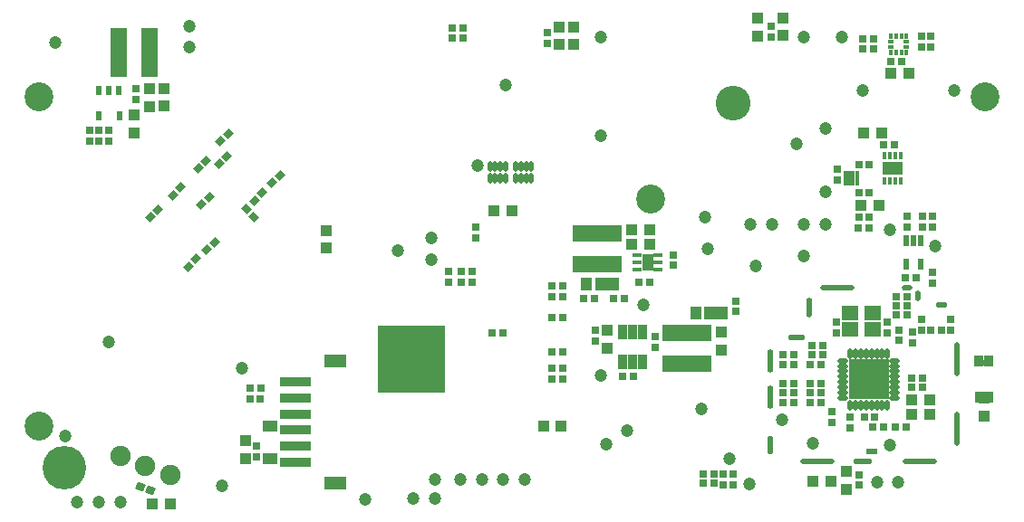
<source format=gbs>
G04 Layer_Color=16711935*
%FSLAX25Y25*%
%MOIN*%
G70*
G01*
G75*
%ADD151C,0.16000*%
%ADD152C,0.05524*%
%ADD153R,0.04343X0.04343*%
%ADD154R,0.03162X0.02769*%
%ADD158O,0.12611X0.02178*%
%ADD161O,0.02178X0.08674*%
%ADD169R,0.02769X0.03162*%
%ADD172R,0.08280X0.05131*%
%ADD174C,0.04737*%
G04:AMPARAMS|DCode=177|XSize=27.69mil|YSize=31.62mil|CornerRadius=0mil|HoleSize=0mil|Usage=FLASHONLY|Rotation=45.000|XOffset=0mil|YOffset=0mil|HoleType=Round|Shape=Rectangle|*
%AMROTATEDRECTD177*
4,1,4,0.00139,-0.02097,-0.02097,0.00139,-0.00139,0.02097,0.02097,-0.00139,0.00139,-0.02097,0.0*
%
%ADD177ROTATEDRECTD177*%

%ADD178R,0.04343X0.04343*%
%ADD183R,0.18123X0.05918*%
%ADD184O,0.02000X0.03900*%
%ADD192R,0.05918X0.18123*%
%ADD198R,0.05524X0.04147*%
%ADD200R,0.02178X0.02178*%
%ADD201R,0.01784X0.02965*%
%ADD202R,0.07493X0.04737*%
%ADD203C,0.10642*%
%ADD204C,0.07493*%
G04:AMPARAMS|DCode=206|XSize=244.22mil|YSize=244.22mil|CornerRadius=0mil|HoleSize=0mil|Usage=FLASHONLY|Rotation=0.000|XOffset=0mil|YOffset=0mil|HoleType=Round|Shape=RoundedRectangle|*
%AMROUNDEDRECTD206*
21,1,0.24422,0.24422,0,0,0.0*
21,1,0.24422,0.24422,0,0,0.0*
1,1,0.00000,0.12211,-0.12211*
1,1,0.00000,-0.12211,-0.12211*
1,1,0.00000,-0.12211,0.12211*
1,1,0.00000,0.12211,0.12211*
%
%ADD206ROUNDEDRECTD206*%
%ADD207C,0.02769*%
%ADD208O,0.02178X0.06706*%
%ADD209O,0.06312X0.02178*%
%ADD210O,0.02178X0.07296*%
%ADD211O,0.03950X0.02178*%
%ADD212O,0.02178X0.03950*%
%ADD213O,0.04343X0.02178*%
%ADD214O,0.02178X0.12611*%
%ADD215O,0.06706X0.02178*%
%ADD216R,0.01587X0.02887*%
%ADD217R,0.03300X0.05800*%
%ADD218R,0.06312X0.05524*%
%ADD219R,0.03359X0.01745*%
%ADD220R,0.03950X0.06312*%
G04:AMPARAMS|DCode=221|XSize=27.69mil|YSize=31.62mil|CornerRadius=0mil|HoleSize=0mil|Usage=FLASHONLY|Rotation=70.000|XOffset=0mil|YOffset=0mil|HoleType=Round|Shape=Rectangle|*
%AMROTATEDRECTD221*
4,1,4,0.01012,-0.01842,-0.01959,-0.00760,-0.01012,0.01842,0.01959,0.00760,0.01012,-0.01842,0.0*
%
%ADD221ROTATEDRECTD221*%

G04:AMPARAMS|DCode=222|XSize=27.69mil|YSize=31.62mil|CornerRadius=0mil|HoleSize=0mil|Usage=FLASHONLY|Rotation=315.000|XOffset=0mil|YOffset=0mil|HoleType=Round|Shape=Rectangle|*
%AMROTATEDRECTD222*
4,1,4,-0.02097,-0.00139,0.00139,0.02097,0.02097,0.00139,-0.00139,-0.02097,-0.02097,-0.00139,0.0*
%
%ADD222ROTATEDRECTD222*%

%ADD223R,0.11430X0.03556*%
%ADD224R,0.02375X0.03556*%
%ADD225R,0.03950X0.02375*%
%ADD226R,0.03359X0.03950*%
%ADD227R,0.07099X0.03950*%
%ADD228R,0.02375X0.04343*%
%ADD229R,0.01784X0.01883*%
%ADD230R,0.01883X0.01784*%
%ADD231R,0.03950X0.05131*%
%ADD232R,0.08674X0.05131*%
%ADD233R,0.14973X0.14973*%
%ADD234O,0.01784X0.03950*%
%ADD235O,0.03950X0.01784*%
%ADD236C,0.12800*%
D151*
X-328695Y18699D02*
D03*
D152*
D03*
D153*
X-146115Y33883D02*
D03*
X-152615D02*
D03*
X-18195Y163783D02*
D03*
X-24695D02*
D03*
X-17097Y43700D02*
D03*
X-10597D02*
D03*
X-170652Y113331D02*
D03*
X-164152D02*
D03*
X-289952Y5331D02*
D03*
X-296452D02*
D03*
X-10597Y38100D02*
D03*
X-17097D02*
D03*
X-29296Y115300D02*
D03*
X-35796D02*
D03*
X-46944Y13599D02*
D03*
X-53444D02*
D03*
X-119997Y100800D02*
D03*
X-113496D02*
D03*
Y106300D02*
D03*
X-119997D02*
D03*
X-28250Y142000D02*
D03*
X-34750D02*
D03*
D154*
X-60479Y42631D02*
D03*
X-64416D02*
D03*
X-60479Y46131D02*
D03*
X-64416D02*
D03*
X-60479Y56631D02*
D03*
X-64416D02*
D03*
X-60479Y60131D02*
D03*
X-64416D02*
D03*
X-49922Y63617D02*
D03*
X-53859D02*
D03*
X-13278Y48200D02*
D03*
X-17215D02*
D03*
X-34598Y37299D02*
D03*
X-30661D02*
D03*
X-22763Y74799D02*
D03*
X-18826D02*
D03*
Y78199D02*
D03*
X-22763D02*
D03*
X-31315Y33600D02*
D03*
X-27378D02*
D03*
X-32678Y119800D02*
D03*
X-36615D02*
D03*
X-32678Y130100D02*
D03*
X-36615Y130100D02*
D03*
X-19078Y33600D02*
D03*
X-23015D02*
D03*
X-60478Y49631D02*
D03*
X-64415D02*
D03*
X-49940Y60154D02*
D03*
X-53877D02*
D03*
X-50433Y56631D02*
D03*
X-54370D02*
D03*
X-50433Y49631D02*
D03*
X-54370D02*
D03*
X-50433Y46131D02*
D03*
X-54370D02*
D03*
X-50433Y42631D02*
D03*
X-54370D02*
D03*
X-6226Y69099D02*
D03*
X-10163D02*
D03*
X-113378Y86900D02*
D03*
X-117315D02*
D03*
X-260633Y43783D02*
D03*
X-256696D02*
D03*
X-17215Y51700D02*
D03*
X-13278D02*
D03*
X-171533Y68083D02*
D03*
X-167596D02*
D03*
X-149370Y61331D02*
D03*
X-145433D02*
D03*
Y73783D02*
D03*
X-149370D02*
D03*
Y81483D02*
D03*
X-145433D02*
D03*
Y85683D02*
D03*
X-149370D02*
D03*
Y51331D02*
D03*
X-145433D02*
D03*
X-260563Y47899D02*
D03*
X-256626D02*
D03*
X-149370Y55331D02*
D03*
X-145433D02*
D03*
X-31176Y173000D02*
D03*
X-35113D02*
D03*
X-31176Y176583D02*
D03*
X-35113D02*
D03*
X-22763Y81499D02*
D03*
X-18826D02*
D03*
X-89933Y16331D02*
D03*
X-93870D02*
D03*
X-93870Y12831D02*
D03*
X-89933D02*
D03*
X-186215Y180600D02*
D03*
X-182278D02*
D03*
X-186215Y176900D02*
D03*
X-182278D02*
D03*
X-19368Y88600D02*
D03*
X-15431D02*
D03*
X-20776Y168283D02*
D03*
X-24713D02*
D03*
X-137815Y80900D02*
D03*
X-133878D02*
D03*
X-126915Y80800D02*
D03*
X-122978D02*
D03*
X-123413Y52083D02*
D03*
X-119476D02*
D03*
X-32678Y110800D02*
D03*
X-36615D02*
D03*
X-32778Y107000D02*
D03*
X-36715D02*
D03*
X-27371Y137499D02*
D03*
X-23434D02*
D03*
D158*
X-44488Y85039D02*
D03*
X-14173Y20866D02*
D03*
X-51968D02*
D03*
D161*
X-69291Y44488D02*
D03*
Y57874D02*
D03*
D169*
X-9600Y107332D02*
D03*
Y111268D02*
D03*
X-44646Y128668D02*
D03*
Y124732D02*
D03*
X-39746Y33231D02*
D03*
Y37168D02*
D03*
X-46446Y35331D02*
D03*
Y39268D02*
D03*
X-36395Y16068D02*
D03*
Y12131D02*
D03*
X-44794Y72268D02*
D03*
Y68331D02*
D03*
X-26094Y68331D02*
D03*
Y72268D02*
D03*
X-2795Y69331D02*
D03*
Y73268D02*
D03*
X-13495Y69231D02*
D03*
Y73168D02*
D03*
X-82902Y12362D02*
D03*
Y16299D02*
D03*
X-86402Y12362D02*
D03*
Y16299D02*
D03*
X-151247Y178969D02*
D03*
Y175031D02*
D03*
X-258147Y26469D02*
D03*
Y22532D02*
D03*
X-177645Y107343D02*
D03*
Y103405D02*
D03*
X-21846Y69368D02*
D03*
Y65431D02*
D03*
X-182902Y86862D02*
D03*
Y90799D02*
D03*
X-178902D02*
D03*
Y86862D02*
D03*
X-187402D02*
D03*
Y90799D02*
D03*
X-312545Y142851D02*
D03*
Y138914D02*
D03*
X-302645Y154306D02*
D03*
Y158242D02*
D03*
X-68902Y177362D02*
D03*
Y181299D02*
D03*
X-319545Y138937D02*
D03*
Y142874D02*
D03*
X-316045Y142874D02*
D03*
Y138937D02*
D03*
X-81902Y76115D02*
D03*
Y80052D02*
D03*
X-16794Y64631D02*
D03*
Y68568D02*
D03*
X-13545Y177651D02*
D03*
Y173714D02*
D03*
X-10045D02*
D03*
Y177651D02*
D03*
X-104746Y93132D02*
D03*
Y97069D02*
D03*
X-111330Y66968D02*
D03*
Y63031D02*
D03*
X-133602Y69179D02*
D03*
Y65242D02*
D03*
X-18954Y107332D02*
D03*
X-18954Y111268D02*
D03*
X-9500Y90668D02*
D03*
Y86731D02*
D03*
X-13200Y111268D02*
D03*
Y107332D02*
D03*
D172*
X-229134Y57874D02*
D03*
Y12992D02*
D03*
D174*
X-166347Y159500D02*
D03*
X-76772Y12598D02*
D03*
X-25100Y106200D02*
D03*
X-22048Y13386D02*
D03*
X-48819Y120079D02*
D03*
X-192520Y14173D02*
D03*
X-183071D02*
D03*
X-175197D02*
D03*
X-167323D02*
D03*
X-94488Y40157D02*
D03*
X-56693Y108268D02*
D03*
X-332283Y175197D02*
D03*
X-29921Y13386D02*
D03*
X-328346Y30225D02*
D03*
X-159449Y14173D02*
D03*
X-8400Y100200D02*
D03*
X-48819Y143701D02*
D03*
X-59449Y137795D02*
D03*
X-42913Y177076D02*
D03*
X-263386Y55118D02*
D03*
X-270746Y11800D02*
D03*
X-56693Y177165D02*
D03*
X-35039Y157480D02*
D03*
X-93307Y111024D02*
D03*
X-121653Y32283D02*
D03*
X-1575Y157480D02*
D03*
X-84252Y22047D02*
D03*
X-206299Y98425D02*
D03*
X-92126Y99213D02*
D03*
X-193701Y103150D02*
D03*
Y95276D02*
D03*
X-176772Y129921D02*
D03*
X-68504Y108268D02*
D03*
X-131496Y140945D02*
D03*
Y177165D02*
D03*
X-115748Y78740D02*
D03*
X-56693Y96457D02*
D03*
X-53543Y27559D02*
D03*
X-25197Y26772D02*
D03*
X-64961Y36220D02*
D03*
X-48819Y108268D02*
D03*
X-312598Y64961D02*
D03*
X-76378Y108268D02*
D03*
X-200394Y7391D02*
D03*
X-74410Y92913D02*
D03*
X-218110Y6997D02*
D03*
X-131496Y52666D02*
D03*
X-192520Y7391D02*
D03*
X-308268Y5906D02*
D03*
X-316142D02*
D03*
X-324016D02*
D03*
X-129528Y27165D02*
D03*
X-282677Y173532D02*
D03*
Y181406D02*
D03*
D177*
X-261835Y113782D02*
D03*
X-259051Y110998D02*
D03*
D178*
X-41146Y10644D02*
D03*
Y17144D02*
D03*
X9449Y37695D02*
D03*
Y44195D02*
D03*
X-141347Y174450D02*
D03*
Y180950D02*
D03*
X-146846D02*
D03*
Y174450D02*
D03*
X-232465Y99433D02*
D03*
Y105933D02*
D03*
X-262246Y21950D02*
D03*
Y28450D02*
D03*
X-303145Y141924D02*
D03*
Y148424D02*
D03*
X-297645Y158224D02*
D03*
Y151724D02*
D03*
X-73902Y177581D02*
D03*
Y184081D02*
D03*
X-64402Y177833D02*
D03*
Y184333D02*
D03*
X-292045Y151824D02*
D03*
Y158324D02*
D03*
X-87302Y61960D02*
D03*
Y68460D02*
D03*
X-129202Y62660D02*
D03*
Y69160D02*
D03*
D183*
X-132846Y93491D02*
D03*
Y104909D02*
D03*
X-99802Y68319D02*
D03*
Y56902D02*
D03*
D184*
X-156992Y129544D02*
D03*
X-158961D02*
D03*
X-160929D02*
D03*
X-162898D02*
D03*
Y125096D02*
D03*
X-160929D02*
D03*
X-158961D02*
D03*
X-156992D02*
D03*
X-166392Y129544D02*
D03*
X-168361D02*
D03*
X-170329D02*
D03*
X-172298D02*
D03*
Y125096D02*
D03*
X-170329D02*
D03*
X-168361D02*
D03*
X-166392D02*
D03*
D192*
X-308854Y171674D02*
D03*
X-297436D02*
D03*
D198*
X-253246Y34004D02*
D03*
Y21996D02*
D03*
D200*
X-30857Y24600D02*
D03*
X-32943D02*
D03*
D201*
X-21147Y133426D02*
D03*
X-23116Y133426D02*
D03*
X-25084D02*
D03*
X-27053Y133426D02*
D03*
Y124174D02*
D03*
X-25084D02*
D03*
X-23116D02*
D03*
X-21147D02*
D03*
D202*
X-24100Y128800D02*
D03*
D203*
X-112992Y117717D02*
D03*
X9843Y155118D02*
D03*
X-338189D02*
D03*
Y33858D02*
D03*
D204*
X-289767Y16015D02*
D03*
X-299016Y19382D02*
D03*
X-308265Y22748D02*
D03*
D206*
X-201043Y58692D02*
D03*
D207*
X-37232Y46800D02*
D03*
X-32902D02*
D03*
X-28571D02*
D03*
X-37232Y51131D02*
D03*
X-32902D02*
D03*
X-28571D02*
D03*
X-37232Y55461D02*
D03*
X-32902D02*
D03*
X-28571D02*
D03*
D208*
X-69291Y26772D02*
D03*
D209*
X-59449Y66535D02*
D03*
D210*
X-54724Y77559D02*
D03*
D211*
X-18898Y85039D02*
D03*
D212*
X-14961Y81890D02*
D03*
D213*
X-6299Y78740D02*
D03*
D214*
X-394Y58661D02*
D03*
Y33071D02*
D03*
D215*
X-35039Y20866D02*
D03*
D216*
X-37279Y123781D02*
D03*
X-38658D02*
D03*
X-40035D02*
D03*
X-41413D02*
D03*
Y126419D02*
D03*
X-40035D02*
D03*
X-38658D02*
D03*
X-37279D02*
D03*
D217*
X-119802Y68710D02*
D03*
X-116062D02*
D03*
Y57510D02*
D03*
X-119802D02*
D03*
X-123542D02*
D03*
Y68710D02*
D03*
D218*
X-31495Y69694D02*
D03*
X-39762D02*
D03*
Y75599D02*
D03*
X-31495D02*
D03*
D219*
X-118085Y96759D02*
D03*
Y94200D02*
D03*
Y91641D02*
D03*
X-110408D02*
D03*
Y94200D02*
D03*
Y96759D02*
D03*
D220*
X-114246Y94200D02*
D03*
D221*
X-300851Y11584D02*
D03*
X-297152Y10237D02*
D03*
D222*
X-271335Y138800D02*
D03*
X-268551Y141584D02*
D03*
X-271834Y130500D02*
D03*
X-269051Y133284D02*
D03*
X-256051Y119784D02*
D03*
X-258835Y117000D02*
D03*
X-249551Y126284D02*
D03*
X-252334Y123500D02*
D03*
X-294389Y113650D02*
D03*
X-297173Y110866D02*
D03*
X-288835Y119000D02*
D03*
X-286051Y121784D02*
D03*
X-275551Y118284D02*
D03*
X-278334Y115500D02*
D03*
X-276323Y98781D02*
D03*
X-273539Y101565D02*
D03*
X-283102Y92732D02*
D03*
X-280319Y95516D02*
D03*
X-276843Y131584D02*
D03*
X-279626Y128800D02*
D03*
D223*
X-243701Y50196D02*
D03*
Y44291D02*
D03*
Y38385D02*
D03*
Y32480D02*
D03*
Y26574D02*
D03*
Y20669D02*
D03*
D224*
X-316185Y148225D02*
D03*
X-308508D02*
D03*
X-308705Y157674D02*
D03*
X-312445D02*
D03*
X-316185D02*
D03*
D225*
X9449Y57087D02*
D03*
D226*
X11319Y57874D02*
D03*
X7579Y57874D02*
D03*
D227*
X9449Y44488D02*
D03*
D228*
X-19013Y93471D02*
D03*
X-13894D02*
D03*
X-13894Y102329D02*
D03*
X-16454Y102329D02*
D03*
X-19013Y102329D02*
D03*
D229*
X-24898Y177635D02*
D03*
X-22929D02*
D03*
X-20961D02*
D03*
X-18992D02*
D03*
Y171730D02*
D03*
X-20961D02*
D03*
X-22929D02*
D03*
X-24898D02*
D03*
D230*
X-18992Y175667D02*
D03*
X-18992Y173698D02*
D03*
X-24898Y173699D02*
D03*
Y175667D02*
D03*
D231*
X-136687Y86300D02*
D03*
X-96642Y75410D02*
D03*
D232*
X-129206Y86300D02*
D03*
X-89161Y75410D02*
D03*
D233*
X-32902Y51131D02*
D03*
D234*
X-26012Y60678D02*
D03*
X-27980D02*
D03*
X-29949D02*
D03*
X-31917D02*
D03*
X-33886D02*
D03*
X-35854D02*
D03*
X-37823D02*
D03*
X-39791D02*
D03*
Y41583D02*
D03*
X-37823D02*
D03*
X-35854D02*
D03*
X-33886D02*
D03*
X-31917D02*
D03*
X-29949D02*
D03*
X-27980D02*
D03*
X-26012D02*
D03*
D235*
X-42449Y58021D02*
D03*
Y56052D02*
D03*
Y54084D02*
D03*
Y52115D02*
D03*
Y50146D02*
D03*
Y48178D02*
D03*
Y46209D02*
D03*
Y44241D02*
D03*
X-23354D02*
D03*
Y46209D02*
D03*
Y48178D02*
D03*
Y50146D02*
D03*
Y52115D02*
D03*
Y54084D02*
D03*
Y56052D02*
D03*
Y58021D02*
D03*
D236*
X-82902Y152831D02*
D03*
M02*

</source>
